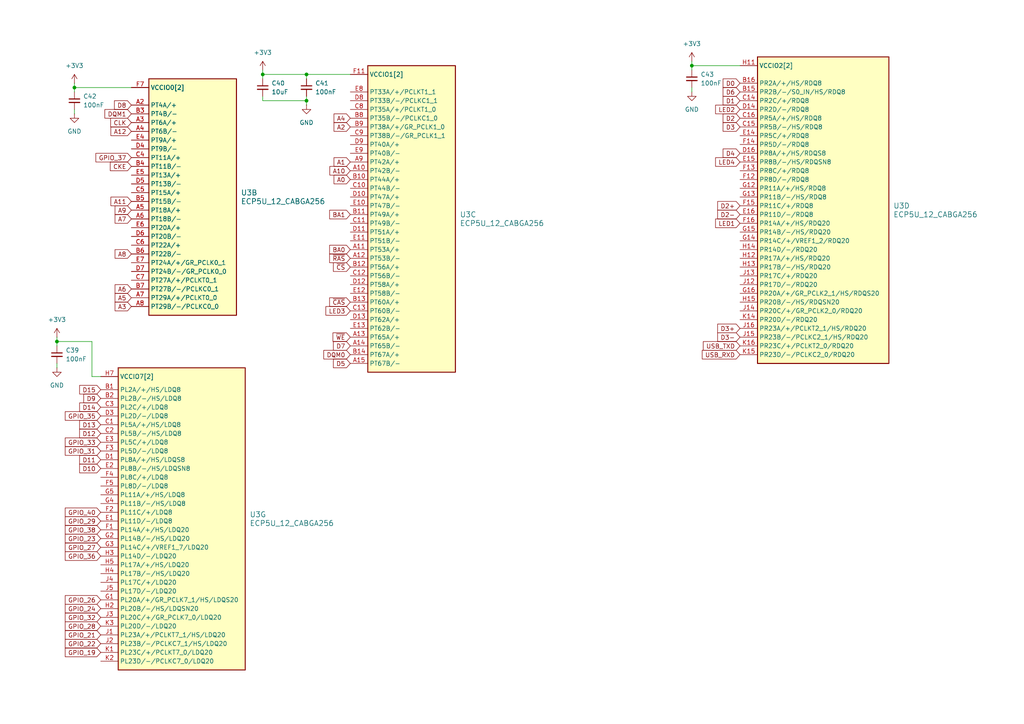
<source format=kicad_sch>
(kicad_sch (version 20250114) (generator "eeschema") (generator_version "9.0")
  (paper "A4")
  (title_block (title "Icepi zero") (date "2025-05-04") (rev "v1") (company "Chengyin Yao (cheyao)") (comment 1 "https://github.com/cheyao/icepi-zero"))
  (lib_symbols
    (symbol "Device:C_Small" (pin_numbers (hide yes)) (pin_names (offset 0.254) (hide yes))
      (property "Reference" "C" (at 0.254 1.778 0))
      (property "Value" "C_Small" (at 0.254 -2.032 0))
      (symbol "C_Small_0_1"
        (polyline (pts (xy -1.524 0.508) (xy 1.524 0.508)) (stroke (width 0.3048)))
        (polyline (pts (xy -1.524 -0.508) (xy 1.524 -0.508)) (stroke (width 0.3302)))
      )
      (symbol "C_Small_1_1"
        (pin passive line (at 0 2.54 270) (length 2.032) (name "~") (number "1"))
        (pin passive line (at 0 -2.54 90) (length 2.032) (name "~") (number "2"))
      )
    )
    (symbol "josh:ECP5U_12_CABGA256"
      (property "Reference" "U" (at -15.24 45.72 0))
      (property "Value" "ECP5U_12_CABGA256" (at 7.62 43.18 0))
      (symbol "ECP5U_12_CABGA256_1_1"
        (rectangle (start -7.62 7.62) (end 6.35 -7.62) (stroke (width 0.001)) (fill (type background)))
        (pin power_in line (at -12.7 5.08 0) (length 5.08) (name "VCC[6]") (number "G6"))
        (pin power_in line (at -12.7 5.08 0) (length 5.08) (name "VCC[6]") (number "G7"))
        (pin power_in line (at -12.7 5.08 0) (length 5.08) (name "VCC[6]") (number "G9"))
        (pin power_in line (at -12.7 5.08 0) (length 5.08) (name "VCC[6]") (number "L10"))
        (pin power_in line (at -12.7 5.08 0) (length 5.08) (name "VCC[6]") (number "L8"))
        (pin power_in line (at -12.7 5.08 0) (length 5.08) (name "VCC[6]") (number "L9"))
        (pin power_in line (at -12.7 2.54 0) (length 5.08) (name "VCCAUX[2]") (number "G11"))
        (pin power_in line (at -12.7 2.54 0) (length 5.08) (name "VCCAUX[2]") (number "L7"))
        (pin power_in line (at -12.7 -5.08 0) (length 5.08) (name "GND[27]") (number "A1"))
        (pin power_in line (at -12.7 -5.08 0) (length 5.08) (name "GND[27]") (number "A16"))
        (pin power_in line (at -12.7 -5.08 0) (length 5.08) (name "GND[27]") (number "D15"))
        (pin power_in line (at -12.7 -5.08 0) (length 5.08) (name "GND[27]") (number "D2"))
        (pin power_in line (at -12.7 -5.08 0) (length 5.08) (name "GND[27]") (number "F8"))
        (pin power_in line (at -12.7 -5.08 0) (length 5.08) (name "GND[27]") (number "F9"))
        (pin power_in line (at -12.7 -5.08 0) (length 5.08) (name "GND[27]") (number "G10"))
        (pin power_in line (at -12.7 -5.08 0) (length 5.08) (name "GND[27]") (number "G8"))
        (pin power_in line (at -12.7 -5.08 0) (length 5.08) (name "GND[27]") (number "H1"))
        (pin power_in line (at -12.7 -5.08 0) (length 5.08) (name "GND[27]") (number "H10"))
        (pin power_in line (at -12.7 -5.08 0) (length 5.08) (name "GND[27]") (number "H16"))
        (pin power_in line (at -12.7 -5.08 0) (length 5.08) (name "GND[27]") (number "H8"))
        (pin power_in line (at -12.7 -5.08 0) (length 5.08) (name "GND[27]") (number "H9"))
        (pin power_in line (at -12.7 -5.08 0) (length 5.08) (name "GND[27]") (number "J10"))
        (pin power_in line (at -12.7 -5.08 0) (length 5.08) (name "GND[27]") (number "J8"))
        (pin power_in line (at -12.7 -5.08 0) (length 5.08) (name "GND[27]") (number "J9"))
        (pin power_in line (at -12.7 -5.08 0) (length 5.08) (name "GND[27]") (number "K10"))
        (pin power_in line (at -12.7 -5.08 0) (length 5.08) (name "GND[27]") (number "K6"))
        (pin power_in line (at -12.7 -5.08 0) (length 5.08) (name "GND[27]") (number "K7"))
        (pin power_in line (at -12.7 -5.08 0) (length 5.08) (name "GND[27]") (number "K8"))
        (pin power_in line (at -12.7 -5.08 0) (length 5.08) (name "GND[27]") (number "K9"))
        (pin power_in line (at -12.7 -5.08 0) (length 5.08) (name "GND[27]") (number "N15"))
        (pin power_in line (at -12.7 -5.08 0) (length 5.08) (name "GND[27]") (number "N2"))
        (pin power_in line (at -12.7 -5.08 0) (length 5.08) (name "GND[27]") (number "T1"))
        (pin power_in line (at -12.7 -5.08 0) (length 5.08) (name "GND[27]") (number "T12"))
        (pin power_in line (at -12.7 -5.08 0) (length 5.08) (name "GND[27]") (number "T16"))
        (pin power_in line (at -12.7 -5.08 0) (length 5.08) (name "GND[27]") (number "T5"))
      )
      (symbol "ECP5U_12_CABGA256_2_1"
        (rectangle (start -16.51 40.64) (end 8.89 -27.94) (stroke (width 0.305)) (fill (type background)))
        (pin power_in line (at -21.59 38.1 0) (length 5.08) (name "VCCIO0[2]") (number "F6"))
        (pin power_in line (at -21.59 38.1 0) (length 5.08) (name "VCCIO0[2]") (number "F7"))
        (pin bidirectional line (at -21.59 33.02 0) (length 5.08) (name "PT4A/+") (number "A2"))
        (pin bidirectional line (at -21.59 30.48 0) (length 5.08) (name "PT4B/-") (number "B3"))
        (pin bidirectional line (at -21.59 27.94 0) (length 5.08) (name "PT6A/+") (number "A3"))
        (pin bidirectional line (at -21.59 25.4 0) (length 5.08) (name "PT6B/-") (number "A4"))
        (pin bidirectional line (at -21.59 22.86 0) (length 5.08) (name "PT9A/+") (number "E4"))
        (pin bidirectional line (at -21.59 20.32 0) (length 5.08) (name "PT9B/-") (number "D4"))
        (pin bidirectional line (at -21.59 17.78 0) (length 5.08) (name "PT11A/+") (number "C4"))
        (pin bidirectional line (at -21.59 15.24 0) (length 5.08) (name "PT11B/-") (number "B4"))
        (pin bidirectional line (at -21.59 12.7 0) (length 5.08) (name "PT13A/+") (number "E5"))
        (pin bidirectional line (at -21.59 10.16 0) (length 5.08) (name "PT13B/-") (number "D5"))
        (pin bidirectional line (at -21.59 7.62 0) (length 5.08) (name "PT15A/+") (number "C5"))
        (pin bidirectional line (at -21.59 5.08 0) (length 5.08) (name "PT15B/-") (number "B5"))
        (pin bidirectional line (at -21.59 2.54 0) (length 5.08) (name "PT18A/+") (number "A5"))
        (pin bidirectional line (at -21.59 0 0) (length 5.08) (name "PT18B/-") (number "A6"))
        (pin bidirectional line (at -21.59 -2.54 0) (length 5.08) (name "PT20A/+") (number "E6"))
        (pin bidirectional line (at -21.59 -5.08 0) (length 5.08) (name "PT20B/-") (number "D6"))
        (pin bidirectional line (at -21.59 -7.62 0) (length 5.08) (name "PT22A/+") (number "C6"))
        (pin bidirectional line (at -21.59 -10.16 0) (length 5.08) (name "PT22B/-") (number "B6"))
        (pin bidirectional line (at -21.59 -12.7 0) (length 5.08) (name "PT24A/+/GR_PCLK0_1") (number "E7"))
        (pin bidirectional line (at -21.59 -15.24 0) (length 5.08) (name "PT24B/-/GR_PCLK0_0") (number "D7"))
        (pin bidirectional line (at -21.59 -17.78 0) (length 5.08) (name "PT27A/+/PCLKT0_1") (number "C7"))
        (pin bidirectional line (at -21.59 -20.32 0) (length 5.08) (name "PT27B/-/PCLKC0_1") (number "B7"))
        (pin bidirectional line (at -21.59 -22.86 0) (length 5.08) (name "PT29A/+/PCLKT0_0") (number "A7"))
        (pin bidirectional line (at -21.59 -25.4 0) (length 5.08) (name "PT29B/-/PCLKC0_0") (number "A8"))
      )
      (symbol "ECP5U_12_CABGA256_3_1"
        (rectangle (start -16.51 40.64) (end 8.89 -48.26) (stroke (width 0.305)) (fill (type background)))
        (pin power_in line (at -21.59 38.1 0) (length 5.08) (name "VCCIO1[2]") (number "F10"))
        (pin power_in line (at -21.59 38.1 0) (length 5.08) (name "VCCIO1[2]") (number "F11"))
        (pin bidirectional line (at -21.59 33.02 0) (length 5.08) (name "PT33A/+/PCLKT1_1") (number "E8"))
        (pin bidirectional line (at -21.59 30.48 0) (length 5.08) (name "PT33B/-/PCLKC1_1") (number "D8"))
        (pin bidirectional line (at -21.59 27.94 0) (length 5.08) (name "PT35A/+/PCLKT1_0") (number "C8"))
        (pin bidirectional line (at -21.59 25.4 0) (length 5.08) (name "PT35B/-/PCLKC1_0") (number "B8"))
        (pin bidirectional line (at -21.59 22.86 0) (length 5.08) (name "PT38A/+/GR_PCLK1_0") (number "B9"))
        (pin bidirectional line (at -21.59 20.32 0) (length 5.08) (name "PT38B/-/GR_PCLK1_1") (number "C9"))
        (pin bidirectional line (at -21.59 17.78 0) (length 5.08) (name "PT40A/+") (number "D9"))
        (pin bidirectional line (at -21.59 15.24 0) (length 5.08) (name "PT40B/-") (number "E9"))
        (pin bidirectional line (at -21.59 12.7 0) (length 5.08) (name "PT42A/+") (number "A9"))
        (pin bidirectional line (at -21.59 10.16 0) (length 5.08) (name "PT42B/-") (number "A10"))
        (pin bidirectional line (at -21.59 7.62 0) (length 5.08) (name "PT44A/+") (number "B10"))
        (pin bidirectional line (at -21.59 5.08 0) (length 5.08) (name "PT44B/-") (number "C10"))
        (pin bidirectional line (at -21.59 2.54 0) (length 5.08) (name "PT47A/+") (number "D10"))
        (pin bidirectional line (at -21.59 0 0) (length 5.08) (name "PT47B/-") (number "E10"))
        (pin bidirectional line (at -21.59 -2.54 0) (length 5.08) (name "PT49A/+") (number "B11"))
        (pin bidirectional line (at -21.59 -5.08 0) (length 5.08) (name "PT49B/-") (number "C11"))
        (pin bidirectional line (at -21.59 -7.62 0) (length 5.08) (name "PT51A/+") (number "D11"))
        (pin bidirectional line (at -21.59 -10.16 0) (length 5.08) (name "PT51B/-") (number "E11"))
        (pin bidirectional line (at -21.59 -12.7 0) (length 5.08) (name "PT53A/+") (number "A11"))
        (pin bidirectional line (at -21.59 -15.24 0) (length 5.08) (name "PT53B/-") (number "A12"))
        (pin bidirectional line (at -21.59 -17.78 0) (length 5.08) (name "PT56A/+") (number "B12"))
        (pin bidirectional line (at -21.59 -20.32 0) (length 5.08) (name "PT56B/-") (number "C12"))
        (pin bidirectional line (at -21.59 -22.86 0) (length 5.08) (name "PT58A/+") (number "D12"))
        (pin bidirectional line (at -21.59 -25.4 0) (length 5.08) (name "PT58B/-") (number "E12"))
        (pin bidirectional line (at -21.59 -27.94 0) (length 5.08) (name "PT60A/+") (number "B13"))
        (pin bidirectional line (at -21.59 -30.48 0) (length 5.08) (name "PT60B/-") (number "C13"))
        (pin bidirectional line (at -21.59 -33.02 0) (length 5.08) (name "PT62A/+") (number "D13"))
        (pin bidirectional line (at -21.59 -35.56 0) (length 5.08) (name "PT62B/-") (number "E13"))
        (pin bidirectional line (at -21.59 -38.1 0) (length 5.08) (name "PT65A/+") (number "A13"))
        (pin bidirectional line (at -21.59 -40.64 0) (length 5.08) (name "PT65B/-") (number "A14"))
        (pin bidirectional line (at -21.59 -43.18 0) (length 5.08) (name "PT67A/+") (number "B14"))
        (pin bidirectional line (at -21.59 -45.72 0) (length 5.08) (name "PT67B/-") (number "A15"))
      )
      (symbol "ECP5U_12_CABGA256_4_1"
        (rectangle (start -16.51 40.64) (end 21.59 -48.26) (stroke (width 0.305)) (fill (type background)))
        (pin power_in line (at -21.59 38.1 0) (length 5.08) (name "VCCIO2[2]") (number "H11"))
        (pin power_in line (at -21.59 38.1 0) (length 5.08) (name "VCCIO2[2]") (number "J11"))
        (pin bidirectional line (at -21.59 33.02 0) (length 5.08) (name "PR2A/+/HS/RDQ8") (number "B16"))
        (pin bidirectional line (at -21.59 30.48 0) (length 5.08) (name "PR2B/-/S0_IN/HS/RDQ8") (number "B15"))
        (pin bidirectional line (at -21.59 27.94 0) (length 5.08) (name "PR2C/+/RDQ8") (number "C14"))
        (pin bidirectional line (at -21.59 25.4 0) (length 5.08) (name "PR2D/-/RDQ8") (number "D14"))
        (pin bidirectional line (at -21.59 22.86 0) (length 5.08) (name "PR5A/+/HS/RDQ8") (number "C16"))
        (pin bidirectional line (at -21.59 20.32 0) (length 5.08) (name "PR5B/-/HS/RDQ8") (number "C15"))
        (pin bidirectional line (at -21.59 17.78 0) (length 5.08) (name "PR5C/+/RDQ8") (number "E14"))
        (pin bidirectional line (at -21.59 15.24 0) (length 5.08) (name "PR5D/-/RDQ8") (number "F14"))
        (pin bidirectional line (at -21.59 12.7 0) (length 5.08) (name "PR8A/+/HS/RDQS8") (number "D16"))
        (pin bidirectional line (at -21.59 10.16 0) (length 5.08) (name "PR8B/-/HS/RDQSN8") (number "E15"))
        (pin bidirectional line (at -21.59 7.62 0) (length 5.08) (name "PR8C/+/RDQ8") (number "F13"))
        (pin bidirectional line (at -21.59 5.08 0) (length 5.08) (name "PR8D/-/RDQ8") (number "F12"))
        (pin bidirectional line (at -21.59 2.54 0) (length 5.08) (name "PR11A/+/HS/RDQ8") (number "G12"))
        (pin bidirectional line (at -21.59 0 0) (length 5.08) (name "PR11B/-/HS/RDQ8") (number "G13"))
        (pin bidirectional line (at -21.59 -2.54 0) (length 5.08) (name "PR11C/+/RDQ8") (number "F15"))
        (pin bidirectional line (at -21.59 -5.08 0) (length 5.08) (name "PR11D/-/RDQ8") (number "E16"))
        (pin bidirectional line (at -21.59 -7.62 0) (length 5.08) (name "PR14A/+/HS/RDQ20") (number "F16"))
        (pin bidirectional line (at -21.59 -10.16 0) (length 5.08) (name "PR14B/-/HS/RDQ20") (number "G15"))
        (pin bidirectional line (at -21.59 -12.7 0) (length 5.08) (name "PR14C/+/VREF1_2/RDQ20") (number "G14"))
        (pin bidirectional line (at -21.59 -15.24 0) (length 5.08) (name "PR14D/-/RDQ20") (number "H14"))
        (pin bidirectional line (at -21.59 -17.78 0) (length 5.08) (name "PR17A/+/HS/RDQ20") (number "H12"))
        (pin bidirectional line (at -21.59 -20.32 0) (length 5.08) (name "PR17B/-/HS/RDQ20") (number "H13"))
        (pin bidirectional line (at -21.59 -22.86 0) (length 5.08) (name "PR17C/+/RDQ20") (number "J13"))
        (pin bidirectional line (at -21.59 -25.4 0) (length 5.08) (name "PR17D/-/RDQ20") (number "J12"))
        (pin bidirectional line (at -21.59 -27.94 0) (length 5.08) (name "PR20A/+/GR_PCLK2_1/HS/RDQS20") (number "G16"))
        (pin bidirectional line (at -21.59 -30.48 0) (length 5.08) (name "PR20B/-/HS/RDQSN20") (number "H15"))
        (pin bidirectional line (at -21.59 -33.02 0) (length 5.08) (name "PR20C/+/GR_PCLK2_0/RDQ20") (number "J14"))
        (pin bidirectional line (at -21.59 -35.56 0) (length 5.08) (name "PR20D/-/RDQ20") (number "K14"))
        (pin bidirectional line (at -21.59 -38.1 0) (length 5.08) (name "PR23A/+/PCLKT2_1/HS/RDQ20") (number "J16"))
        (pin bidirectional line (at -21.59 -40.64 0) (length 5.08) (name "PR23B/-/PCLKC2_1/HS/RDQ20") (number "J15"))
        (pin bidirectional line (at -21.59 -43.18 0) (length 5.08) (name "PR23C/+/PCLKT2_0/RDQ20") (number "K16"))
        (pin bidirectional line (at -21.59 -45.72 0) (length 5.08) (name "PR23D/-/PCLKC2_0/RDQ20") (number "K15"))
      )
      (symbol "ECP5U_12_CABGA256_5_1"
        (rectangle (start -16.51 40.64) (end 19.05 -48.26) (stroke (width 0.305)) (fill (type background)))
        (pin power_in line (at -21.59 38.1 0) (length 5.08) (name "VCCIO3[2]") (number "K11"))
        (pin power_in line (at -21.59 38.1 0) (length 5.08) (name "VCCIO3[2]") (number "L11"))
        (pin bidirectional line (at -21.59 33.02 0) (length 5.08) (name "PR26A/+/PCLKT3_1/HS/RDQ32") (number "L16"))
        (pin bidirectional line (at -21.59 30.48 0) (length 5.08) (name "PR26B/-/PCLKC3_1/HS/RDQ32") (number "L15"))
        (pin bidirectional line (at -21.59 27.94 0) (length 5.08) (name "PR26C/+/PCLKT3_0/RDQ32") (number "M16"))
        (pin bidirectional line (at -21.59 25.4 0) (length 5.08) (name "PR26D/-/PCLKC3_0/RDQ32") (number "M15"))
        (pin bidirectional line (at -21.59 22.86 0) (length 5.08) (name "PR29A/+/GR_PCLK3_0/HS/RDQ32") (number "K13"))
        (pin bidirectional line (at -21.59 20.32 0) (length 5.08) (name "PR29B/-/HS/RDQ32") (number "K12"))
        (pin bidirectional line (at -21.59 17.78 0) (length 5.08) (name "PR29C/+/GR_PCLK3_1/RDQ32") (number "L13"))
        (pin bidirectional line (at -21.59 15.24 0) (length 5.08) (name "PR29D/-/RDQ32") (number "L12"))
        (pin bidirectional line (at -21.59 12.7 0) (length 5.08) (name "PR32A/+/HS/RDQS32") (number "N16"))
        (pin bidirectional line (at -21.59 10.16 0) (length 5.08) (name "PR32B/-/HS/RDQSN32") (number "P15"))
        (pin bidirectional line (at -21.59 7.62 0) (length 5.08) (name "PR32C/+/RDQ32") (number "L14"))
        (pin bidirectional line (at -21.59 5.08 0) (length 5.08) (name "PR32D/-/RDQ32") (number "M14"))
        (pin bidirectional line (at -21.59 2.54 0) (length 5.08) (name "PR35A/+/HS/RDQ32") (number "P16"))
        (pin bidirectional line (at -21.59 0 0) (length 5.08) (name "PR35B/-/VREF1_3/HS/RDQ32") (number "R16"))
        (pin bidirectional line (at -21.59 -2.54 0) (length 5.08) (name "PR35C/+/RDQ32") (number "M13"))
        (pin bidirectional line (at -21.59 -5.08 0) (length 5.08) (name "PR35D/-/RDQ32") (number "N14"))
        (pin bidirectional line (at -21.59 -7.62 0) (length 5.08) (name "PR38A/+/HS/RDQ44") (number "N13"))
        (pin bidirectional line (at -21.59 -10.16 0) (length 5.08) (name "PR38B/-/HS/RDQ44") (number "P14"))
        (pin bidirectional line (at -21.59 -12.7 0) (length 5.08) (name "PR38C/+/RDQ44") (number "R15"))
        (pin bidirectional line (at -21.59 -15.24 0) (length 5.08) (name "PR38D/-/RDQ44") (number "T15"))
        (pin bidirectional line (at -21.59 -17.78 0) (length 5.08) (name "PR41A/+/HS/RDQ44") (number "P13"))
        (pin bidirectional line (at -21.59 -20.32 0) (length 5.08) (name "PR41B/-/HS/RDQ44") (number "R14"))
        (pin bidirectional line (at -21.59 -22.86 0) (length 5.08) (name "PR41C/+/RDQ44") (number "R13"))
        (pin bidirectional line (at -21.59 -25.4 0) (length 5.08) (name "PR41D/-/RDQ44") (number "T14"))
        (pin bidirectional line (at -21.59 -27.94 0) (length 5.08) (name "PR44A/+/HS/RDQS44") (number "R12"))
        (pin bidirectional line (at -21.59 -30.48 0) (length 5.08) (name "PR44B/-/HS/RDQSN44") (number "T13"))
        (pin bidirectional line (at -21.59 -33.02 0) (length 5.08) (name "PR44C/+/RDQ44") (number "M12"))
        (pin bidirectional line (at -21.59 -35.56 0) (length 5.08) (name "PR44D/-/RDQ44") (number "N12"))
        (pin bidirectional line (at -21.59 -38.1 0) (length 5.08) (name "PR47A/+/HS/RDQ44") (number "M11"))
        (pin bidirectional line (at -21.59 -40.64 0) (length 5.08) (name "PR47B/-/HS/RDQ44") (number "N11"))
        (pin bidirectional line (at -21.59 -43.18 0) (length 5.08) (name "PR47C/+/LRC_GPLL0T_IN/RDQ44") (number "P11"))
        (pin bidirectional line (at -21.59 -45.72 0) (length 5.08) (name "PR47D/-/LRC_GPLL0C_IN/RDQ44") (number "P12"))
      )
      (symbol "ECP5U_12_CABGA256_6_1"
        (rectangle (start -16.51 40.64) (end 19.05 -48.26) (stroke (width 0.305)) (fill (type background)))
        (pin power_in line (at -21.59 38.1 0) (length 5.08) (name "VCCIO6[2]") (number "J6"))
        (pin power_in line (at -21.59 38.1 0) (length 5.08) (name "VCCIO6[2]") (number "J7"))
        (pin bidirectional line (at -21.59 33.02 0) (length 5.08) (name "PL26A/+/PCLKT6_1/HS/LDQ32") (number "L1"))
        (pin bidirectional line (at -21.59 30.48 0) (length 5.08) (name "PL26B/-/PCLKC6_1/HS/LDQ32") (number "L2"))
        (pin bidirectional line (at -21.59 27.94 0) (length 5.08) (name "PL26C/+/PCLKT6_0/LDQ32") (number "M1"))
        (pin bidirectional line (at -21.59 25.4 0) (length 5.08) (name "PL26D/-/PCLKC6_0/LDQ32") (number "M2"))
        (pin bidirectional line (at -21.59 22.86 0) (length 5.08) (name "PL29A/+/GR_PCLK6_0/HS/LDQ32") (number "K4"))
        (pin bidirectional line (at -21.59 20.32 0) (length 5.08) (name "PL29B/-/HS/LDQ32") (number "K5"))
        (pin bidirectional line (at -21.59 17.78 0) (length 5.08) (name "PL29C/+/GR_PCLK6_1/LDQ32") (number "L4"))
        (pin bidirectional line (at -21.59 15.24 0) (length 5.08) (name "PL29D/-/LDQ32") (number "L5"))
        (pin bidirectional line (at -21.59 12.7 0) (length 5.08) (name "PL32A/+/HS/LDQS32") (number "N1"))
        (pin bidirectional line (at -21.59 10.16 0) (length 5.08) (name "PL32B/-/HS/LDQSN32") (number "P2"))
        (pin bidirectional line (at -21.59 7.62 0) (length 5.08) (name "PL32C/+/LDQ32") (number "L3"))
        (pin bidirectional line (at -21.59 5.08 0) (length 5.08) (name "PL32D/-/LDQ32") (number "M3"))
        (pin bidirectional line (at -21.59 2.54 0) (length 5.08) (name "PL35A/+/HS/LDQ32") (number "P1"))
        (pin bidirectional line (at -21.59 0 0) (length 5.08) (name "PL35B/-/VREF1_6/HS/LDQ32") (number "R1"))
        (pin bidirectional line (at -21.59 -2.54 0) (length 5.08) (name "PL35C/+/LDQ32") (number "M4"))
        (pin bidirectional line (at -21.59 -5.08 0) (length 5.08) (name "PL35D/-/LDQ32") (number "N3"))
        (pin bidirectional line (at -21.59 -7.62 0) (length 5.08) (name "PL38A/+/HS/LDQ44") (number "N4"))
        (pin bidirectional line (at -21.59 -10.16 0) (length 5.08) (name "PL38B/-/HS/LDQ44") (number "P3"))
        (pin bidirectional line (at -21.59 -12.7 0) (length 5.08) (name "PL38C/+/LDQ44") (number "R2"))
        (pin bidirectional line (at -21.59 -15.24 0) (length 5.08) (name "PL38D/-/LDQ44") (number "T2"))
        (pin bidirectional line (at -21.59 -17.78 0) (length 5.08) (name "PL41A/+/HS/LDQ44") (number "P4"))
        (pin bidirectional line (at -21.59 -20.32 0) (length 5.08) (name "PL41B/-/HS/LDQ44") (number "R3"))
        (pin bidirectional line (at -21.59 -22.86 0) (length 5.08) (name "PL41C/+/LDQ44") (number "R4"))
        (pin bidirectional line (at -21.59 -25.4 0) (length 5.08) (name "PL41D/-/LDQ44") (number "T3"))
        (pin bidirectional line (at -21.59 -27.94 0) (length 5.08) (name "PL44A/+/HS/LDQS44") (number "R5"))
        (pin bidirectional line (at -21.59 -30.48 0) (length 5.08) (name "PL44B/-/HS/LDQSN44") (number "T4"))
        (pin bidirectional line (at -21.59 -33.02 0) (length 5.08) (name "PL44C/+/LDQ44") (number "M5"))
        (pin bidirectional line (at -21.59 -35.56 0) (length 5.08) (name "PL44D/-/LDQ44") (number "N5"))
        (pin bidirectional line (at -21.59 -38.1 0) (length 5.08) (name "PL47A/+/HS/LDQ44") (number "M6"))
        (pin bidirectional line (at -21.59 -40.64 0) (length 5.08) (name "PL47B/-/HS/LDQ44") (number "N6"))
        (pin bidirectional line (at -21.59 -43.18 0) (length 5.08) (name "PL47C/+/LLC_GPLL0T_IN/LDQ44") (number "P6"))
        (pin bidirectional line (at -21.59 -45.72 0) (length 5.08) (name "PL47D/-/LLC_GPLL0C_IN/LDQ44") (number "P5"))
      )
      (symbol "ECP5U_12_CABGA256_7_1"
        (rectangle (start -16.51 40.64) (end 20.32 -46.99) (stroke (width 0.305)) (fill (type background)))
        (pin power_in line (at -21.59 38.1 0) (length 5.08) (name "VCCIO7[2]") (number "H6"))
        (pin power_in line (at -21.59 38.1 0) (length 5.08) (name "VCCIO7[2]") (number "H7"))
        (pin bidirectional line (at -21.59 34.29 0) (length 5.08) (name "PL2A/+/HS/LDQ8") (number "B1"))
        (pin bidirectional line (at -21.59 31.75 0) (length 5.08) (name "PL2B/-/HS/LDQ8") (number "B2"))
        (pin bidirectional line (at -21.59 29.21 0) (length 5.08) (name "PL2C/+/LDQ8") (number "C3"))
        (pin bidirectional line (at -21.59 26.67 0) (length 5.08) (name "PL2D/-/LDQ8") (number "D3"))
        (pin bidirectional line (at -21.59 24.13 0) (length 5.08) (name "PL5A/+/HS/LDQ8") (number "C1"))
        (pin bidirectional line (at -21.59 21.59 0) (length 5.08) (name "PL5B/-/HS/LDQ8") (number "C2"))
        (pin bidirectional line (at -21.59 19.05 0) (length 5.08) (name "PL5C/+/LDQ8") (number "E3"))
        (pin bidirectional line (at -21.59 16.51 0) (length 5.08) (name "PL5D/-/LDQ8") (number "F3"))
        (pin bidirectional line (at -21.59 13.97 0) (length 5.08) (name "PL8A/+/HS/LDQS8") (number "D1"))
        (pin bidirectional line (at -21.59 11.43 0) (length 5.08) (name "PL8B/-/HS/LDQSN8") (number "E2"))
        (pin bidirectional line (at -21.59 8.89 0) (length 5.08) (name "PL8C/+/LDQ8") (number "F4"))
        (pin bidirectional line (at -21.59 6.35 0) (length 5.08) (name "PL8D/-/LDQ8") (number "F5"))
        (pin bidirectional line (at -21.59 3.81 0) (length 5.08) (name "PL11A/+/HS/LDQ8") (number "G5"))
        (pin bidirectional line (at -21.59 1.27 0) (length 5.08) (name "PL11B/-/HS/LDQ8") (number "G4"))
        (pin bidirectional line (at -21.59 -1.27 0) (length 5.08) (name "PL11C/+/LDQ8") (number "F2"))
        (pin bidirectional line (at -21.59 -3.81 0) (length 5.08) (name "PL11D/-/LDQ8") (number "E1"))
        (pin bidirectional line (at -21.59 -6.35 0) (length 5.08) (name "PL14A/+/HS/LDQ20") (number "F1"))
        (pin bidirectional line (at -21.59 -8.89 0) (length 5.08) (name "PL14B/-/HS/LDQ20") (number "G2"))
        (pin bidirectional line (at -21.59 -11.43 0) (length 5.08) (name "PL14C/+/VREF1_7/LDQ20") (number "G3"))
        (pin bidirectional line (at -21.59 -13.97 0) (length 5.08) (name "PL14D/-/LDQ20") (number "H3"))
        (pin bidirectional line (at -21.59 -16.51 0) (length 5.08) (name "PL17A/+/HS/LDQ20") (number "H5"))
        (pin bidirectional line (at -21.59 -19.05 0) (length 5.08) (name "PL17B/-/HS/LDQ20") (number "H4"))
        (pin bidirectional line (at -21.59 -21.59 0) (length 5.08) (name "PL17C/+/LDQ20") (number "J4"))
        (pin bidirectional line (at -21.59 -24.13 0) (length 5.08) (name "PL17D/-/LDQ20") (number "J5"))
        (pin bidirectional line (at -21.59 -26.67 0) (length 5.08) (name "PL20A/+/GR_PCLK7_1/HS/LDQS20") (number "G1"))
        (pin bidirectional line (at -21.59 -29.21 0) (length 5.08) (name "PL20B/-/HS/LDQSN20") (number "H2"))
        (pin bidirectional line (at -21.59 -31.75 0) (length 5.08) (name "PL20C/+/GR_PCLK7_0/LDQ20") (number "J3"))
        (pin bidirectional line (at -21.59 -34.29 0) (length 5.08) (name "PL20D/-/LDQ20") (number "K3"))
        (pin bidirectional line (at -21.59 -36.83 0) (length 5.08) (name "PL23A/+/PCLKT7_1/HS/LDQ20") (number "J1"))
        (pin bidirectional line (at -21.59 -39.37 0) (length 5.08) (name "PL23B/-/PCLKC7_1/HS/LDQ20") (number "J2"))
        (pin bidirectional line (at -21.59 -41.91 0) (length 5.08) (name "PL23C/+/PCLKT7_0/LDQ20") (number "K1"))
        (pin bidirectional line (at -21.59 -44.45 0) (length 5.08) (name "PL23D/-/PCLKC7_0/LDQ20") (number "K2"))
      )
      (symbol "ECP5U_12_CABGA256_8_1"
        (rectangle (start -16.51 40.64) (end 25.4 -17.78) (stroke (width 0.305)) (fill (type background)))
        (pin power_in line (at -21.59 38.1 0) (length 5.08) (name "VCCIO8") (number "L6"))
        (pin bidirectional line (at -21.59 33.02 0) (length 5.08) (name "CCLK/MCLK/SCK") (number "N9"))
        (pin bidirectional line (at -21.59 30.48 0) (length 5.08) (name "CFG_0") (number "N10"))
        (pin bidirectional line (at -21.59 27.94 0) (length 5.08) (name "CFG_1") (number "P10"))
        (pin bidirectional line (at -21.59 25.4 0) (length 5.08) (name "CFG_2") (number "R10"))
        (pin bidirectional line (at -21.59 22.86 0) (length 5.08) (name "DONE") (number "P9"))
        (pin bidirectional line (at -21.59 20.32 0) (length 5.08) (name "INITN") (number "T9"))
        (pin bidirectional line (at -21.59 17.78 0) (length 5.08) (name "PB4A/+/D7/IO7") (number "T6"))
        (pin bidirectional line (at -21.59 15.24 0) (length 5.08) (name "PB4B/-/D6/IO6") (number "R6"))
        (pin bidirectional line (at -21.59 12.7 0) (length 5.08) (name "PB6A/+/D5/MISO2/IO5") (number "R7"))
        (pin bidirectional line (at -21.59 10.16 0) (length 5.08) (name "PB6B/-/D4/MOSI2/IO4") (number "P7"))
        (pin bidirectional line (at -21.59 7.62 0) (length 5.08) (name "PB9A/+/D3/IO3") (number "N7"))
        (pin bidirectional line (at -21.59 5.08 0) (length 5.08) (name "PB9B/-/D2/IO2") (number "M7"))
        (pin bidirectional line (at -21.59 2.54 0) (length 5.08) (name "PB11A/+/D1/MISO/IO1") (number "T7"))
        (pin bidirectional line (at -21.59 0 0) (length 5.08) (name "PB11B/-/D0/MOSI/IO0") (number "T8"))
        (pin bidirectional line (at -21.59 -2.54 0) (length 5.08) (name "PB13A/+/SN/CSN") (number "R8"))
        (pin bidirectional line (at -21.59 -5.08 0) (length 5.08) (name "PB13B/-/CS1N") (number "P8"))
        (pin bidirectional line (at -21.59 -7.62 0) (length 5.08) (name "PB15A/+/HOLDN/DI/BUSY/CSSPIN/CEN") (number "N8"))
        (pin bidirectional line (at -21.59 -10.16 0) (length 5.08) (name "PB15B/-/DOUT/CSON") (number "M8"))
        (pin bidirectional line (at -21.59 -12.7 0) (length 5.08) (name "PB18A/WRITEN") (number "M9"))
        (pin bidirectional line (at -21.59 -15.24 0) (length 5.08) (name "PROGRAMN") (number "R9"))
      )
      (symbol "ECP5U_12_CABGA256_9_1"
        (rectangle (start -2.54 6.35) (end 5.08 -6.35) (stroke (width 0.305)) (fill (type background)))
        (pin bidirectional line (at -7.62 3.81 0) (length 5.08) (name "TCK") (number "T10"))
        (pin bidirectional line (at -7.62 1.27 0) (length 5.08) (name "TDI") (number "R11"))
        (pin bidirectional line (at -7.62 -1.27 0) (length 5.08) (name "TDO") (number "M10"))
        (pin bidirectional line (at -7.62 -3.81 0) (length 5.08) (name "TMS") (number "T11"))
      )
    )
    (symbol "power:+3V3" (power) (pin_numbers (hide yes)) (pin_names (offset 0) (hide yes))
      (property "Value" "+3V3" (at 0 3.556 0))
      (symbol "+3V3_0_1"
        (polyline (pts (xy -0.762 1.27) (xy 0 2.54)))
        (polyline (pts (xy 0 2.54) (xy 0.762 1.27)))
        (polyline (pts (xy 0 0) (xy 0 2.54)))
      )
      (symbol "+3V3_1_1"
        (pin power_in line (at 0 0 90) (length 0) (name "~") (number "1"))
      )
    )
    (symbol "power:GND" (power) (pin_numbers (hide yes)) (pin_names (offset 0) (hide yes))
      (property "Value" "GND" (at 0 -3.81 0))
      (symbol "GND_0_1"
        (polyline (pts (xy 0 0) (xy 0 -1.27) (xy 1.27 -1.27) (xy 0 -2.54) (xy -1.27 -1.27) (xy 0 -1.27)))
      )
      (symbol "GND_1_1"
        (pin power_in line (at 0 0 270) (length 0) (name "~") (number "1"))
      )
    )
  )
  (junction (at 21.59 25.4))
  (junction (at 200.66 19.05))
  (junction (at 16.51 99.06))
  (junction (at 76.2 21.59))
  (junction (at 88.9 21.59))
  (junction (at 88.9 29.21))
  (wire (pts (xy 88.9 30.48) (xy 88.9 29.21)))
  (wire (pts (xy 16.51 97.79) (xy 16.51 99.06)))
  (wire (pts (xy 200.66 25.4) (xy 200.66 26.67)))
  (wire (pts (xy 76.2 21.59) (xy 88.9 21.59)))
  (wire (pts (xy 200.66 19.05) (xy 200.66 20.32)))
  (wire (pts (xy 76.2 21.59) (xy 76.2 22.86)))
  (wire (pts (xy 26.67 109.22) (xy 29.21 109.22)))
  (wire (pts (xy 16.51 106.68) (xy 16.51 105.41)))
  (wire (pts (xy 76.2 29.21) (xy 88.9 29.21)))
  (wire (pts (xy 21.59 25.4) (xy 38.1 25.4)))
  (wire (pts (xy 16.51 99.06) (xy 26.67 99.06)))
  (wire (pts (xy 26.67 99.06) (xy 26.67 109.22)))
  (wire (pts (xy 76.2 20.32) (xy 76.2 21.59)))
  (wire (pts (xy 200.66 17.78) (xy 200.66 19.05)))
  (wire (pts (xy 76.2 29.21) (xy 76.2 27.94)))
  (wire (pts (xy 88.9 21.59) (xy 88.9 22.86)))
  (wire (pts (xy 21.59 25.4) (xy 21.59 26.67)))
  (wire (pts (xy 200.66 19.05) (xy 214.63 19.05)))
  (wire (pts (xy 21.59 24.13) (xy 21.59 25.4)))
  (wire (pts (xy 21.59 31.75) (xy 21.59 33.02)))
  (wire (pts (xy 88.9 27.94) (xy 88.9 29.21)))
  (wire (pts (xy 88.9 21.59) (xy 101.6 21.59)))
  (wire (pts (xy 16.51 99.06) (xy 16.51 100.33)))
  (global_label "GPIO_22" (shape input) (at 29.21 186.69 180) (property "Intersheetrefs" "${INTERSHEET_REFS}" (effects (hide yes))))
  (global_label "GPIO_28" (shape input) (at 29.21 181.61 180) (property "Intersheetrefs" "${INTERSHEET_REFS}" (effects (hide yes))))
  (global_label "A3" (shape input) (at 38.1 88.9 180) (property "Intersheetrefs" "${INTERSHEET_REFS}" (effects (hide yes))))
  (global_label "A2" (shape input) (at 101.6 36.83 180) (property "Intersheetrefs" "${INTERSHEET_REFS}" (effects (hide yes))))
  (global_label "D12" (shape input) (at 29.21 125.73 180) (property "Intersheetrefs" "${INTERSHEET_REFS}" (effects (hide yes))))
  (global_label "D5" (shape input) (at 101.6 105.41 180) (property "Intersheetrefs" "${INTERSHEET_REFS}" (effects (hide yes))))
  (global_label "A11" (shape input) (at 38.1 58.42 180) (property "Intersheetrefs" "${INTERSHEET_REFS}" (effects (hide yes))))
  (global_label "GPIO_31" (shape input) (at 29.21 130.81 180) (property "Intersheetrefs" "${INTERSHEET_REFS}" (effects (hide yes))))
  (global_label "GPIO_36" (shape input) (at 29.21 161.29 180) (property "Intersheetrefs" "${INTERSHEET_REFS}" (effects (hide yes))))
  (global_label "GPIO_23" (shape input) (at 29.21 156.21 180) (property "Intersheetrefs" "${INTERSHEET_REFS}" (effects (hide yes))))
  (global_label "GPIO_33" (shape input) (at 29.21 128.27 180) (property "Intersheetrefs" "${INTERSHEET_REFS}" (effects (hide yes))))
  (global_label "USB_TXD" (shape input) (at 214.63 100.33 180) (property "Intersheetrefs" "${INTERSHEET_REFS}" (effects (hide yes))))
  (global_label "D6" (shape input) (at 214.63 26.67 180) (property "Intersheetrefs" "${INTERSHEET_REFS}" (effects (hide yes))))
  (global_label "A6" (shape input) (at 38.1 83.82 180) (property "Intersheetrefs" "${INTERSHEET_REFS}" (effects (hide yes))))
  (global_label "D3+" (shape input) (at 214.63 95.25 180) (property "Intersheetrefs" "${INTERSHEET_REFS}" (effects (hide yes))))
  (global_label "D13" (shape input) (at 29.21 123.19 180) (property "Intersheetrefs" "${INTERSHEET_REFS}" (effects (hide yes))))
  (global_label "A12" (shape input) (at 38.1 38.1 180) (property "Intersheetrefs" "${INTERSHEET_REFS}" (effects (hide yes))))
  (global_label "GPIO_35" (shape input) (at 29.21 120.65 180) (property "Intersheetrefs" "${INTERSHEET_REFS}" (effects (hide yes))))
  (global_label "D8" (shape input) (at 38.1 30.48 180) (property "Intersheetrefs" "${INTERSHEET_REFS}" (effects (hide yes))))
  (global_label "D10" (shape input) (at 29.21 135.89 180) (property "Intersheetrefs" "${INTERSHEET_REFS}" (effects (hide yes))))
  (global_label "A9" (shape input) (at 38.1 60.96 180) (property "Intersheetrefs" "${INTERSHEET_REFS}" (effects (hide yes))))
  (global_label "GPIO_29" (shape input) (at 29.21 151.13 180) (property "Intersheetrefs" "${INTERSHEET_REFS}" (effects (hide yes))))
  (global_label "A8" (shape input) (at 38.1 73.66 180) (property "Intersheetrefs" "${INTERSHEET_REFS}" (effects (hide yes))))
  (global_label "A10" (shape input) (at 101.6 49.53 180) (property "Intersheetrefs" "${INTERSHEET_REFS}" (effects (hide yes))))
  (global_label "DQM0" (shape input) (at 101.6 102.87 180) (property "Intersheetrefs" "${INTERSHEET_REFS}" (effects (hide yes))))
  (global_label "GPIO_24" (shape input) (at 29.21 176.53 180) (property "Intersheetrefs" "${INTERSHEET_REFS}" (effects (hide yes))))
  (global_label "D3" (shape input) (at 214.63 36.83 180) (property "Intersheetrefs" "${INTERSHEET_REFS}" (effects (hide yes))))
  (global_label "GPIO_37" (shape input) (at 38.1 45.72 180) (property "Intersheetrefs" "${INTERSHEET_REFS}" (effects (hide yes))))
  (global_label "D14" (shape input) (at 29.21 118.11 180) (property "Intersheetrefs" "${INTERSHEET_REFS}" (effects (hide yes))))
  (global_label "LED2" (shape input) (at 214.63 31.75 180) (property "Intersheetrefs" "${INTERSHEET_REFS}" (effects (hide yes))))
  (global_label "~{WE}" (shape input) (at 101.6 97.79 180) (property "Intersheetrefs" "${INTERSHEET_REFS}" (effects (hide yes))))
  (global_label "D3-" (shape input) (at 214.63 97.79 180) (property "Intersheetrefs" "${INTERSHEET_REFS}" (effects (hide yes))))
  (global_label "D15" (shape input) (at 29.21 113.03 180) (property "Intersheetrefs" "${INTERSHEET_REFS}" (effects (hide yes))))
  (global_label "A1" (shape input) (at 101.6 46.99 180) (property "Intersheetrefs" "${INTERSHEET_REFS}" (effects (hide yes))))
  (global_label "LED4" (shape input) (at 214.63 46.99 180) (property "Intersheetrefs" "${INTERSHEET_REFS}" (effects (hide yes))))
  (global_label "GPIO_38" (shape input) (at 29.21 153.67 180) (property "Intersheetrefs" "${INTERSHEET_REFS}" (effects (hide yes))))
  (global_label "GPIO_19" (shape input) (at 29.21 189.23 180) (property "Intersheetrefs" "${INTERSHEET_REFS}" (effects (hide yes))))
  (global_label "A0" (shape input) (at 101.6 52.07 180) (property "Intersheetrefs" "${INTERSHEET_REFS}" (effects (hide yes))))
  (global_label "~{CS}" (shape input) (at 101.6 77.47 180) (property "Intersheetrefs" "${INTERSHEET_REFS}" (effects (hide yes))))
  (global_label "D9" (shape input) (at 29.21 115.57 180) (property "Intersheetrefs" "${INTERSHEET_REFS}" (effects (hide yes))))
  (global_label "D2-" (shape input) (at 214.63 62.23 180) (property "Intersheetrefs" "${INTERSHEET_REFS}" (effects (hide yes))))
  (global_label "CKE" (shape input) (at 38.1 48.26 180) (property "Intersheetrefs" "${INTERSHEET_REFS}" (effects (hide yes))))
  (global_label "LED1" (shape input) (at 214.63 64.77 180) (property "Intersheetrefs" "${INTERSHEET_REFS}" (effects (hide yes))))
  (global_label "GPIO_26" (shape input) (at 29.21 173.99 180) (property "Intersheetrefs" "${INTERSHEET_REFS}" (effects (hide yes))))
  (global_label "USB_RXD" (shape input) (at 214.63 102.87 180) (property "Intersheetrefs" "${INTERSHEET_REFS}" (effects (hide yes))))
  (global_label "D7" (shape input) (at 101.6 100.33 180) (property "Intersheetrefs" "${INTERSHEET_REFS}" (effects (hide yes))))
  (global_label "BA0" (shape input) (at 101.6 72.39 180) (property "Intersheetrefs" "${INTERSHEET_REFS}" (effects (hide yes))))
  (global_label "~{RAS}" (shape input) (at 101.6 74.93 180) (property "Intersheetrefs" "${INTERSHEET_REFS}" (effects (hide yes))))
  (global_label "D1" (shape input) (at 214.63 29.21 180) (property "Intersheetrefs" "${INTERSHEET_REFS}" (effects (hide yes))))
  (global_label "D2+" (shape input) (at 214.63 59.69 180) (property "Intersheetrefs" "${INTERSHEET_REFS}" (effects (hide yes))))
  (global_label "A7" (shape input) (at 38.1 63.5 180) (property "Intersheetrefs" "${INTERSHEET_REFS}" (effects (hide yes))))
  (global_label "D2" (shape input) (at 214.63 34.29 180) (property "Intersheetrefs" "${INTERSHEET_REFS}" (effects (hide yes))))
  (global_label "BA1" (shape input) (at 101.6 62.23 180) (property "Intersheetrefs" "${INTERSHEET_REFS}" (effects (hide yes))))
  (global_label "~{CAS}" (shape input) (at 101.6 87.63 180) (property "Intersheetrefs" "${INTERSHEET_REFS}" (effects (hide yes))))
  (global_label "A5" (shape input) (at 38.1 86.36 180) (property "Intersheetrefs" "${INTERSHEET_REFS}" (effects (hide yes))))
  (global_label "D4" (shape input) (at 214.63 44.45 180) (property "Intersheetrefs" "${INTERSHEET_REFS}" (effects (hide yes))))
  (global_label "GPIO_32" (shape input) (at 29.21 179.07 180) (property "Intersheetrefs" "${INTERSHEET_REFS}" (effects (hide yes))))
  (global_label "D11" (shape input) (at 29.21 133.35 180) (property "Intersheetrefs" "${INTERSHEET_REFS}" (effects (hide yes))))
  (global_label "GPIO_21" (shape input) (at 29.21 184.15 180) (property "Intersheetrefs" "${INTERSHEET_REFS}" (effects (hide yes))))
  (global_label "GPIO_27" (shape input) (at 29.21 158.75 180) (property "Intersheetrefs" "${INTERSHEET_REFS}" (effects (hide yes))))
  (global_label "DQM1" (shape input) (at 38.1 33.02 180) (property "Intersheetrefs" "${INTERSHEET_REFS}" (effects (hide yes))))
  (global_label "CLK" (shape input) (at 38.1 35.56 180) (property "Intersheetrefs" "${INTERSHEET_REFS}" (effects (hide yes))))
  (global_label "LED3" (shape input) (at 101.6 90.17 180) (property "Intersheetrefs" "${INTERSHEET_REFS}" (effects (hide yes))))
  (global_label "GPIO_40" (shape input) (at 29.21 148.59 180) (property "Intersheetrefs" "${INTERSHEET_REFS}" (effects (hide yes))))
  (global_label "A4" (shape input) (at 101.6 34.29 180) (property "Intersheetrefs" "${INTERSHEET_REFS}" (effects (hide yes))))
  (global_label "D0" (shape input) (at 214.63 24.13 180) (property "Intersheetrefs" "${INTERSHEET_REFS}" (effects (hide yes))))
  (symbol (lib_id "josh:ECP5U_12_CABGA256") (at 59.69 63.5 0) (unit 2)
    (property "Reference" "U3" (at 69.85 55.8799 0) (effects (font (size 1.524 1.524)) (justify left)))
    (property "Value" "ECP5U_12_CABGA256" (at 69.85 58.4199 0) (effects (font (size 1.524 1.524)) (justify left)))
    (property "Footprint" "Package_BGA:BGA-256_14.0x14.0mm_Layout16x16_P0.8mm_Ball0.45mm_Pad0.32mm_NSMD" (effects (hide yes)))
    (property "Datasheet" "https://www.lcsc.com/datasheet/lcsc_datasheet_2411220131_Lattice-LFE5U-25F-6BG256C_C1521614.pdf" (effects (hide yes)))
    (property "JLCPCB Part #" "C1521614" (effects (hide yes)))
  )
  (symbol (lib_id "josh:ECP5U_12_CABGA256") (at 236.22 57.15 0) (unit 4)
    (property "Reference" "U3" (at 259.08 59.6899 0) (effects (font (size 1.524 1.524)) (justify left)))
    (property "Value" "ECP5U_12_CABGA256" (at 259.08 62.2299 0) (effects (font (size 1.524 1.524)) (justify left)))
    (property "Footprint" "Package_BGA:BGA-256_14.0x14.0mm_Layout16x16_P0.8mm_Ball0.45mm_Pad0.32mm_NSMD" (effects (hide yes)))
    (property "Datasheet" "https://www.lcsc.com/datasheet/lcsc_datasheet_2411220131_Lattice-LFE5U-25F-6BG256C_C1521614.pdf" (effects (hide yes)))
    (property "JLCPCB Part #" "C1521614" (effects (hide yes)))
  )
  (symbol (lib_id "josh:ECP5U_12_CABGA256") (at 123.19 59.69 0) (unit 3)
    (property "Reference" "U3" (at 133.35 62.2299 0) (effects (font (size 1.524 1.524)) (justify left)))
    (property "Value" "ECP5U_12_CABGA256" (at 133.35 64.7699 0) (effects (font (size 1.524 1.524)) (justify left)))
    (property "Footprint" "Package_BGA:BGA-256_14.0x14.0mm_Layout16x16_P0.8mm_Ball0.45mm_Pad0.32mm_NSMD" (effects (hide yes)))
    (property "Datasheet" "https://www.lcsc.com/datasheet/lcsc_datasheet_2411220131_Lattice-LFE5U-25F-6BG256C_C1521614.pdf" (effects (hide yes)))
    (property "JLCPCB Part #" "C1521614" (effects (hide yes)))
  )
  (symbol (lib_id "Device:C_Small") (at 88.9 25.4 0) (unit 1)
    (property "Reference" "C41" (at 91.44 24.1362 0) (effects (justify left)))
    (property "Value" "100nF" (at 91.44 26.6762 0) (effects (justify left)))
    (property "Footprint" "Capacitor_SMD:C_0402_1005Metric" (effects (hide yes)))
    (property "Description" "Unpolarized capacitor, small symbol" (effects (hide yes)))
    (property "JLCPCB Part #" "C307331 " (effects (hide yes)))
  )
  (symbol (lib_id "power:+3V3") (at 16.51 97.79 0) (unit 1)
    (property "Reference" "#PWR080" (effects (hide yes)))
    (property "Value" "+3V3" (at 16.51 92.71 0))
    (property "Description" "Power symbol creates a global label with name \"+3V3\"" (effects (hide yes)))
  )
  (symbol (lib_id "power:GND") (at 200.66 26.67 0) (unit 1)
    (property "Reference" "#PWR087" (effects (hide yes)))
    (property "Value" "GND" (at 200.66 31.75 0))
    (property "Description" "Power symbol creates a global label with name \"GND\" , ground" (effects (hide yes)))
  )
  (symbol (lib_id "josh:ECP5U_12_CABGA256") (at 50.8 147.32 0) (unit 7)
    (property "Reference" "U3" (at 72.39 149.2249 0) (effects (font (size 1.524 1.524)) (justify left)))
    (property "Value" "ECP5U_12_CABGA256" (at 72.39 151.7649 0) (effects (font (size 1.524 1.524)) (justify left)))
    (property "Footprint" "Package_BGA:BGA-256_14.0x14.0mm_Layout16x16_P0.8mm_Ball0.45mm_Pad0.32mm_NSMD" (effects (hide yes)))
    (property "Datasheet" "https://www.lcsc.com/datasheet/lcsc_datasheet_2411220131_Lattice-LFE5U-25F-6BG256C_C1521614.pdf" (effects (hide yes)))
    (property "JLCPCB Part #" "C1521614" (effects (hide yes)))
  )
  (symbol (lib_id "power:+3V3") (at 21.59 24.13 0) (unit 1)
    (property "Reference" "#PWR082" (effects (hide yes)))
    (property "Value" "+3V3" (at 21.59 19.05 0))
    (property "Description" "Power symbol creates a global label with name \"+3V3\"" (effects (hide yes)))
  )
  (symbol (lib_id "Device:C_Small") (at 200.66 22.86 0) (unit 1)
    (property "Reference" "C43" (at 203.2 21.5962 0) (effects (justify left)))
    (property "Value" "100nF" (at 203.2 24.1362 0) (effects (justify left)))
    (property "Footprint" "Capacitor_SMD:C_0402_1005Metric" (effects (hide yes)))
    (property "Description" "Unpolarized capacitor, small symbol" (effects (hide yes)))
    (property "JLCPCB Part #" "C307331 " (effects (hide yes)))
  )
  (symbol (lib_id "Device:C_Small") (at 21.59 29.21 0) (unit 1)
    (property "Reference" "C42" (at 24.13 27.9462 0) (effects (justify left)))
    (property "Value" "100nF" (at 24.13 30.4862 0) (effects (justify left)))
    (property "Footprint" "Capacitor_SMD:C_0402_1005Metric" (effects (hide yes)))
    (property "Description" "Unpolarized capacitor, small symbol" (effects (hide yes)))
    (property "JLCPCB Part #" "C307331 " (effects (hide yes)))
  )
  (symbol (lib_id "power:GND") (at 88.9 30.48 0) (unit 1)
    (property "Reference" "#PWR084" (effects (hide yes)))
    (property "Value" "GND" (at 88.9 35.56 0))
    (property "Description" "Power symbol creates a global label with name \"GND\" , ground" (effects (hide yes)))
  )
  (symbol (lib_id "Device:C_Small") (at 16.51 102.87 0) (unit 1)
    (property "Reference" "C39" (at 19.05 101.6062 0) (effects (justify left)))
    (property "Value" "100nF" (at 19.05 104.1462 0) (effects (justify left)))
    (property "Footprint" "Capacitor_SMD:C_0402_1005Metric" (effects (hide yes)))
    (property "Description" "Unpolarized capacitor, small symbol" (effects (hide yes)))
    (property "JLCPCB Part #" "C307331 " (effects (hide yes)))
  )
  (symbol (lib_id "power:+3V3") (at 200.66 17.78 0) (unit 1)
    (property "Reference" "#PWR086" (effects (hide yes)))
    (property "Value" "+3V3" (at 200.66 12.7 0))
    (property "Description" "Power symbol creates a global label with name \"+3V3\"" (effects (hide yes)))
  )
  (symbol (lib_id "Device:C_Small") (at 76.2 25.4 0) (unit 1)
    (property "Reference" "C40" (at 78.74 24.1362 0) (effects (justify left)))
    (property "Value" "10uF" (at 78.74 26.6762 0) (effects (justify left)))
    (property "Footprint" "Capacitor_SMD:C_0603_1608Metric" (effects (hide yes)))
    (property "Description" "Unpolarized capacitor, small symbol" (effects (hide yes)))
  )
  (symbol (lib_id "power:GND") (at 16.51 106.68 0) (unit 1)
    (property "Reference" "#PWR083" (effects (hide yes)))
    (property "Value" "GND" (at 16.51 111.76 0))
    (property "Description" "Power symbol creates a global label with name \"GND\" , ground" (effects (hide yes)))
  )
  (symbol (lib_id "power:+3V3") (at 76.2 20.32 0) (unit 1)
    (property "Reference" "#PWR081" (effects (hide yes)))
    (property "Value" "+3V3" (at 76.2 15.24 0))
    (property "Description" "Power symbol creates a global label with name \"+3V3\"" (effects (hide yes)))
  )
  (symbol (lib_id "power:GND") (at 21.59 33.02 0) (unit 1)
    (property "Reference" "#PWR085" (effects (hide yes)))
    (property "Value" "GND" (at 21.59 38.1 0))
    (property "Description" "Power symbol creates a global label with name \"GND\" , ground" (effects (hide yes)))
  )
)
</source>
